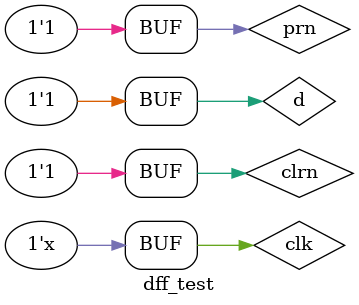
<source format=v>
`timescale 1ns / 1ps

module dff_test();
reg d,clk,prn,clrn;
wire q1,qn1,q2,qn2;
    initial begin
        d=0;clk=0;prn=1;clrn=1;//prn、qrn低有效
        #2;prn=0;//2ns
        #1;clrn=0;prn=1;//3ns
        #1;d=1;clrn=1;//4ns
        #7;d=0;//12ns
        #8;d=1;//21ns
    end
    
    always #5 clk=~clk;
    dff_design dff1(d,clk,q1,qn1);
    dff_insDesign dff2(d,clk,prn,clrn,q2,qn2);
endmodule

</source>
